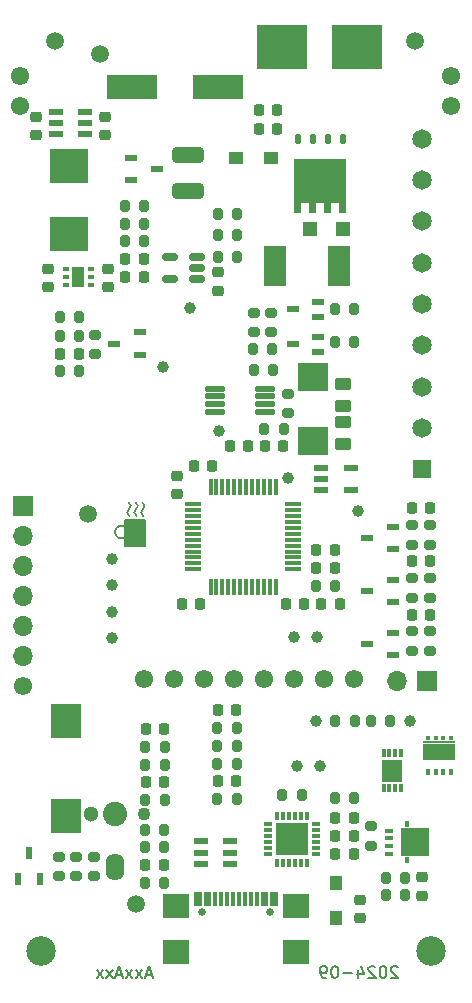
<source format=gbr>
%TF.GenerationSoftware,KiCad,Pcbnew,8.0.6*%
%TF.CreationDate,2024-11-14T19:13:27+01:00*%
%TF.ProjectId,AxxSolder,41787853-6f6c-4646-9572-2e6b69636164,rev?*%
%TF.SameCoordinates,Original*%
%TF.FileFunction,Soldermask,Bot*%
%TF.FilePolarity,Negative*%
%FSLAX46Y46*%
G04 Gerber Fmt 4.6, Leading zero omitted, Abs format (unit mm)*
G04 Created by KiCad (PCBNEW 8.0.6) date 2024-11-14 19:13:27*
%MOMM*%
%LPD*%
G01*
G04 APERTURE LIST*
G04 Aperture macros list*
%AMRoundRect*
0 Rectangle with rounded corners*
0 $1 Rounding radius*
0 $2 $3 $4 $5 $6 $7 $8 $9 X,Y pos of 4 corners*
0 Add a 4 corners polygon primitive as box body*
4,1,4,$2,$3,$4,$5,$6,$7,$8,$9,$2,$3,0*
0 Add four circle primitives for the rounded corners*
1,1,$1+$1,$2,$3*
1,1,$1+$1,$4,$5*
1,1,$1+$1,$6,$7*
1,1,$1+$1,$8,$9*
0 Add four rect primitives between the rounded corners*
20,1,$1+$1,$2,$3,$4,$5,0*
20,1,$1+$1,$4,$5,$6,$7,0*
20,1,$1+$1,$6,$7,$8,$9,0*
20,1,$1+$1,$8,$9,$2,$3,0*%
%AMFreePoly0*
4,1,17,2.675000,1.605000,1.875000,1.605000,1.875000,0.935000,2.675000,0.935000,2.675000,0.335000,1.875000,0.335000,1.875000,-0.335000,2.675000,-0.335000,2.675000,-0.935000,1.875000,-0.935000,1.875000,-1.605000,2.675000,-1.605000,2.675000,-2.205000,-1.875000,-2.205000,-1.875000,2.205000,2.675000,2.205000,2.675000,1.605000,2.675000,1.605000,$1*%
G04 Aperture macros list end*
%ADD10C,0.150000*%
%ADD11C,0.200000*%
%ADD12C,1.500000*%
%ADD13C,1.550000*%
%ADD14C,2.500000*%
%ADD15C,1.300000*%
%ADD16C,2.050000*%
%ADD17O,1.550000X2.300000*%
%ADD18C,1.100000*%
%ADD19RoundRect,0.225000X0.225000X0.250000X-0.225000X0.250000X-0.225000X-0.250000X0.225000X-0.250000X0*%
%ADD20R,3.200000X2.850000*%
%ADD21R,0.400000X0.550000*%
%ADD22R,0.400000X0.410000*%
%ADD23R,2.750000X1.470000*%
%ADD24R,2.750000X0.250000*%
%ADD25C,1.000000*%
%ADD26R,1.650000X1.650000*%
%ADD27C,1.650000*%
%ADD28R,1.050000X0.600000*%
%ADD29RoundRect,0.200000X-0.200000X-0.275000X0.200000X-0.275000X0.200000X0.275000X-0.200000X0.275000X0*%
%ADD30R,0.300000X1.475000*%
%ADD31R,1.475000X0.300000*%
%ADD32R,1.700000X1.700000*%
%ADD33O,1.700000X1.700000*%
%ADD34RoundRect,0.200000X0.275000X-0.200000X0.275000X0.200000X-0.275000X0.200000X-0.275000X-0.200000X0*%
%ADD35RoundRect,0.200000X0.200000X0.275000X-0.200000X0.275000X-0.200000X-0.275000X0.200000X-0.275000X0*%
%ADD36RoundRect,0.225000X-0.225000X-0.250000X0.225000X-0.250000X0.225000X0.250000X-0.225000X0.250000X0*%
%ADD37RoundRect,0.225000X0.250000X-0.225000X0.250000X0.225000X-0.250000X0.225000X-0.250000X-0.225000X0*%
%ADD38FreePoly0,270.000000*%
%ADD39RoundRect,0.125000X-0.125000X0.300000X-0.125000X-0.300000X0.125000X-0.300000X0.125000X0.300000X0*%
%ADD40RoundRect,0.200000X-0.275000X0.200000X-0.275000X-0.200000X0.275000X-0.200000X0.275000X0.200000X0*%
%ADD41R,1.200000X1.200000*%
%ADD42R,2.500000X3.000000*%
%ADD43RoundRect,0.250000X0.450000X-0.262500X0.450000X0.262500X-0.450000X0.262500X-0.450000X-0.262500X0*%
%ADD44R,1.120000X1.220000*%
%ADD45RoundRect,0.125000X0.687500X0.125000X-0.687500X0.125000X-0.687500X-0.125000X0.687500X-0.125000X0*%
%ADD46RoundRect,0.150000X0.512500X0.150000X-0.512500X0.150000X-0.512500X-0.150000X0.512500X-0.150000X0*%
%ADD47RoundRect,0.250000X-1.075000X0.400000X-1.075000X-0.400000X1.075000X-0.400000X1.075000X0.400000X0*%
%ADD48R,1.050000X0.500000*%
%ADD49R,1.900000X3.450000*%
%ADD50C,0.650000*%
%ADD51R,0.300000X1.150000*%
%ADD52R,2.180000X2.000000*%
%ADD53RoundRect,0.225000X-0.250000X0.225000X-0.250000X-0.225000X0.250000X-0.225000X0.250000X0.225000X0*%
%ADD54R,1.220000X1.120000*%
%ADD55R,0.300000X0.800000*%
%ADD56R,0.800000X0.300000*%
%ADD57R,2.700000X2.700000*%
%ADD58R,0.750000X0.400000*%
%ADD59R,0.400000X0.530000*%
%ADD60R,2.400000X2.450000*%
%ADD61R,0.300000X0.750000*%
%ADD62R,1.730000X1.850000*%
%ADD63R,4.250000X2.100000*%
%ADD64R,4.240000X3.810000*%
%ADD65R,0.600000X1.050000*%
%ADD66R,1.200000X0.600000*%
%ADD67R,2.500000X2.400000*%
%ADD68R,0.600000X0.350000*%
%ADD69R,1.100000X1.700000*%
G04 APERTURE END LIST*
D10*
X172018692Y-109000256D02*
G75*
G02*
X172056790Y-109552971I-138892J-287244D01*
G01*
X172638131Y-110137664D02*
G75*
G02*
X172616904Y-109575359I161869J287664D01*
G01*
X171467975Y-110125212D02*
G75*
G02*
X171446701Y-109562836I161825J287712D01*
G01*
X171418692Y-109000256D02*
G75*
G02*
X171456790Y-109552971I-138892J-287244D01*
G01*
X172067975Y-110125212D02*
G75*
G02*
X172046701Y-109562836I161825J287712D01*
G01*
X172588848Y-109012708D02*
G75*
G02*
X172626995Y-109565496I-138848J-287292D01*
G01*
X172800000Y-112650000D02*
X171100000Y-112650000D01*
X171100000Y-110450000D01*
X172800000Y-110450000D01*
X172800000Y-112650000D01*
G36*
X172800000Y-112650000D02*
G01*
X171100000Y-112650000D01*
X171100000Y-110450000D01*
X172800000Y-110450000D01*
X172800000Y-112650000D01*
G37*
D11*
X171100000Y-111949999D02*
G75*
G02*
X171151969Y-111089370I-300000J449999D01*
G01*
X194193482Y-148347457D02*
X194145863Y-148299838D01*
X194145863Y-148299838D02*
X194050625Y-148252219D01*
X194050625Y-148252219D02*
X193812530Y-148252219D01*
X193812530Y-148252219D02*
X193717292Y-148299838D01*
X193717292Y-148299838D02*
X193669673Y-148347457D01*
X193669673Y-148347457D02*
X193622054Y-148442695D01*
X193622054Y-148442695D02*
X193622054Y-148537933D01*
X193622054Y-148537933D02*
X193669673Y-148680790D01*
X193669673Y-148680790D02*
X194241101Y-149252219D01*
X194241101Y-149252219D02*
X193622054Y-149252219D01*
X193003006Y-148252219D02*
X192907768Y-148252219D01*
X192907768Y-148252219D02*
X192812530Y-148299838D01*
X192812530Y-148299838D02*
X192764911Y-148347457D01*
X192764911Y-148347457D02*
X192717292Y-148442695D01*
X192717292Y-148442695D02*
X192669673Y-148633171D01*
X192669673Y-148633171D02*
X192669673Y-148871266D01*
X192669673Y-148871266D02*
X192717292Y-149061742D01*
X192717292Y-149061742D02*
X192764911Y-149156980D01*
X192764911Y-149156980D02*
X192812530Y-149204600D01*
X192812530Y-149204600D02*
X192907768Y-149252219D01*
X192907768Y-149252219D02*
X193003006Y-149252219D01*
X193003006Y-149252219D02*
X193098244Y-149204600D01*
X193098244Y-149204600D02*
X193145863Y-149156980D01*
X193145863Y-149156980D02*
X193193482Y-149061742D01*
X193193482Y-149061742D02*
X193241101Y-148871266D01*
X193241101Y-148871266D02*
X193241101Y-148633171D01*
X193241101Y-148633171D02*
X193193482Y-148442695D01*
X193193482Y-148442695D02*
X193145863Y-148347457D01*
X193145863Y-148347457D02*
X193098244Y-148299838D01*
X193098244Y-148299838D02*
X193003006Y-148252219D01*
X192288720Y-148347457D02*
X192241101Y-148299838D01*
X192241101Y-148299838D02*
X192145863Y-148252219D01*
X192145863Y-148252219D02*
X191907768Y-148252219D01*
X191907768Y-148252219D02*
X191812530Y-148299838D01*
X191812530Y-148299838D02*
X191764911Y-148347457D01*
X191764911Y-148347457D02*
X191717292Y-148442695D01*
X191717292Y-148442695D02*
X191717292Y-148537933D01*
X191717292Y-148537933D02*
X191764911Y-148680790D01*
X191764911Y-148680790D02*
X192336339Y-149252219D01*
X192336339Y-149252219D02*
X191717292Y-149252219D01*
X190860149Y-148585552D02*
X190860149Y-149252219D01*
X191098244Y-148204600D02*
X191336339Y-148918885D01*
X191336339Y-148918885D02*
X190717292Y-148918885D01*
X190336339Y-148871266D02*
X189574435Y-148871266D01*
X188907768Y-148252219D02*
X188812530Y-148252219D01*
X188812530Y-148252219D02*
X188717292Y-148299838D01*
X188717292Y-148299838D02*
X188669673Y-148347457D01*
X188669673Y-148347457D02*
X188622054Y-148442695D01*
X188622054Y-148442695D02*
X188574435Y-148633171D01*
X188574435Y-148633171D02*
X188574435Y-148871266D01*
X188574435Y-148871266D02*
X188622054Y-149061742D01*
X188622054Y-149061742D02*
X188669673Y-149156980D01*
X188669673Y-149156980D02*
X188717292Y-149204600D01*
X188717292Y-149204600D02*
X188812530Y-149252219D01*
X188812530Y-149252219D02*
X188907768Y-149252219D01*
X188907768Y-149252219D02*
X189003006Y-149204600D01*
X189003006Y-149204600D02*
X189050625Y-149156980D01*
X189050625Y-149156980D02*
X189098244Y-149061742D01*
X189098244Y-149061742D02*
X189145863Y-148871266D01*
X189145863Y-148871266D02*
X189145863Y-148633171D01*
X189145863Y-148633171D02*
X189098244Y-148442695D01*
X189098244Y-148442695D02*
X189050625Y-148347457D01*
X189050625Y-148347457D02*
X189003006Y-148299838D01*
X189003006Y-148299838D02*
X188907768Y-148252219D01*
X188098244Y-149252219D02*
X187907768Y-149252219D01*
X187907768Y-149252219D02*
X187812530Y-149204600D01*
X187812530Y-149204600D02*
X187764911Y-149156980D01*
X187764911Y-149156980D02*
X187669673Y-149014123D01*
X187669673Y-149014123D02*
X187622054Y-148823647D01*
X187622054Y-148823647D02*
X187622054Y-148442695D01*
X187622054Y-148442695D02*
X187669673Y-148347457D01*
X187669673Y-148347457D02*
X187717292Y-148299838D01*
X187717292Y-148299838D02*
X187812530Y-148252219D01*
X187812530Y-148252219D02*
X188003006Y-148252219D01*
X188003006Y-148252219D02*
X188098244Y-148299838D01*
X188098244Y-148299838D02*
X188145863Y-148347457D01*
X188145863Y-148347457D02*
X188193482Y-148442695D01*
X188193482Y-148442695D02*
X188193482Y-148680790D01*
X188193482Y-148680790D02*
X188145863Y-148776028D01*
X188145863Y-148776028D02*
X188098244Y-148823647D01*
X188098244Y-148823647D02*
X188003006Y-148871266D01*
X188003006Y-148871266D02*
X187812530Y-148871266D01*
X187812530Y-148871266D02*
X187717292Y-148823647D01*
X187717292Y-148823647D02*
X187669673Y-148776028D01*
X187669673Y-148776028D02*
X187622054Y-148680790D01*
X173343483Y-148966504D02*
X172867293Y-148966504D01*
X173438721Y-149252219D02*
X173105388Y-148252219D01*
X173105388Y-148252219D02*
X172772055Y-149252219D01*
X172533959Y-149252219D02*
X172010150Y-148585552D01*
X172533959Y-148585552D02*
X172010150Y-149252219D01*
X171724435Y-149252219D02*
X171200626Y-148585552D01*
X171724435Y-148585552D02*
X171200626Y-149252219D01*
X170867292Y-148966504D02*
X170391102Y-148966504D01*
X170962530Y-149252219D02*
X170629197Y-148252219D01*
X170629197Y-148252219D02*
X170295864Y-149252219D01*
X170057768Y-149252219D02*
X169533959Y-148585552D01*
X170057768Y-148585552D02*
X169533959Y-149252219D01*
X169248244Y-149252219D02*
X168724435Y-148585552D01*
X169248244Y-148585552D02*
X168724435Y-149252219D01*
D12*
%TO.C,TFT1*%
X165220000Y-69950000D03*
X195700000Y-69950000D03*
%TD*%
D13*
%TO.C,J7*%
X172720000Y-123900000D03*
X175260000Y-123900000D03*
X177800000Y-123900000D03*
X180340000Y-123900000D03*
X182880000Y-123900000D03*
X185420000Y-123900000D03*
X187960000Y-123900000D03*
X190500000Y-123900000D03*
%TD*%
D14*
%TO.C,H2*%
X197000000Y-147000000D03*
%TD*%
D15*
%TO.C,U2*%
X168250000Y-135400000D03*
D16*
X170250000Y-135400000D03*
D17*
X170250000Y-139900000D03*
D18*
X172750000Y-135400000D03*
%TD*%
D13*
%TO.C,TP13*%
X162500000Y-124550000D03*
%TD*%
D14*
%TO.C,H1*%
X164000000Y-147000000D03*
%TD*%
D19*
%TO.C,C23*%
X180525000Y-126600000D03*
X178975000Y-126600000D03*
%TD*%
D20*
%TO.C,L1*%
X166400000Y-80550000D03*
X166400000Y-86250000D03*
%TD*%
D21*
%TO.C,Q2*%
X198700000Y-131790000D03*
X198050000Y-131790000D03*
X197400000Y-131790000D03*
X196750000Y-131790000D03*
D22*
X198700000Y-128920000D03*
X198050000Y-128920000D03*
D23*
X197725000Y-130110000D03*
D24*
X197725000Y-129250000D03*
D22*
X197400000Y-128920000D03*
X196750000Y-128920000D03*
%TD*%
D25*
%TO.C,TP2*%
X185427179Y-120400000D03*
%TD*%
%TO.C,TP6*%
X170000000Y-116000000D03*
%TD*%
D19*
%TO.C,C6*%
X181525000Y-104250000D03*
X179975000Y-104250000D03*
%TD*%
D26*
%TO.C,J2*%
X196250000Y-106200000D03*
D27*
X196250000Y-102700000D03*
X196250000Y-99200000D03*
X196250000Y-95700000D03*
X196250000Y-92200000D03*
X196250000Y-88700000D03*
X196250000Y-85200000D03*
X196250000Y-81700000D03*
X196250000Y-78200000D03*
%TD*%
D25*
%TO.C,TP9*%
X190800000Y-109750000D03*
%TD*%
D28*
%TO.C,D6*%
X193762500Y-115535000D03*
X193762500Y-117435000D03*
X191562500Y-116485000D03*
%TD*%
D29*
%TO.C,R30*%
X172825000Y-129700000D03*
X174475000Y-129700000D03*
%TD*%
%TO.C,R7*%
X171075000Y-85400000D03*
X172725000Y-85400000D03*
%TD*%
D30*
%TO.C,IC4*%
X178350000Y-107662000D03*
X178850000Y-107662000D03*
X179350000Y-107662000D03*
X179850000Y-107662000D03*
X180350000Y-107662000D03*
X180850000Y-107662000D03*
X181350000Y-107662000D03*
X181850000Y-107662000D03*
X182350000Y-107662000D03*
X182850000Y-107662000D03*
X183350000Y-107662000D03*
X183850000Y-107662000D03*
D31*
X185338000Y-109150000D03*
X185338000Y-109650000D03*
X185338000Y-110150000D03*
X185338000Y-110650000D03*
X185338000Y-111150000D03*
X185338000Y-111650000D03*
X185338000Y-112150000D03*
X185338000Y-112650000D03*
X185338000Y-113150000D03*
X185338000Y-113650000D03*
X185338000Y-114150000D03*
X185338000Y-114650000D03*
D30*
X183850000Y-116138000D03*
X183350000Y-116138000D03*
X182850000Y-116138000D03*
X182350000Y-116138000D03*
X181850000Y-116138000D03*
X181350000Y-116138000D03*
X180850000Y-116138000D03*
X180350000Y-116138000D03*
X179850000Y-116138000D03*
X179350000Y-116138000D03*
X178850000Y-116138000D03*
X178350000Y-116138000D03*
D31*
X176862000Y-114650000D03*
X176862000Y-114150000D03*
X176862000Y-113650000D03*
X176862000Y-113150000D03*
X176862000Y-112650000D03*
X176862000Y-112150000D03*
X176862000Y-111650000D03*
X176862000Y-111150000D03*
X176862000Y-110650000D03*
X176862000Y-110150000D03*
X176862000Y-109650000D03*
X176862000Y-109150000D03*
%TD*%
D32*
%TO.C,J3*%
X196675000Y-124100000D03*
D33*
X194135000Y-124100000D03*
%TD*%
D34*
%TO.C,R37*%
X168500000Y-140625000D03*
X168500000Y-138975000D03*
%TD*%
D29*
%TO.C,FB1*%
X187250000Y-116050000D03*
X188900000Y-116050000D03*
%TD*%
%TO.C,R8*%
X171075000Y-86900000D03*
X172725000Y-86900000D03*
%TD*%
%TO.C,R15*%
X188875000Y-134050000D03*
X190525000Y-134050000D03*
%TD*%
D34*
%TO.C,R25*%
X196912500Y-117060000D03*
X196912500Y-115410000D03*
%TD*%
D12*
%TO.C,FID3*%
X169000000Y-71000000D03*
%TD*%
D35*
%TO.C,R11*%
X172725000Y-83900000D03*
X171075000Y-83900000D03*
%TD*%
D36*
%TO.C,C11*%
X188925000Y-138750000D03*
X190475000Y-138750000D03*
%TD*%
D19*
%TO.C,C7*%
X172675000Y-89900000D03*
X171125000Y-89900000D03*
%TD*%
D37*
%TO.C,C5*%
X169400000Y-77900000D03*
X169400000Y-76350000D03*
%TD*%
D38*
%TO.C,Q4*%
X187650000Y-81750000D03*
D39*
X188285000Y-78200000D03*
X187015000Y-78200000D03*
X185745000Y-78200000D03*
X189555000Y-78200000D03*
%TD*%
D32*
%TO.C,J4*%
X162500000Y-109310000D03*
D33*
X162500000Y-111850000D03*
X162500000Y-114390000D03*
X162500000Y-116930000D03*
X162500000Y-119470000D03*
X162500000Y-122010000D03*
%TD*%
D36*
%TO.C,C16*%
X184725000Y-117550000D03*
X186275000Y-117550000D03*
%TD*%
D40*
%TO.C,R28*%
X168600000Y-94775000D03*
X168600000Y-96425000D03*
%TD*%
D37*
%TO.C,C30*%
X178950000Y-91050000D03*
X178950000Y-89500000D03*
%TD*%
D35*
%TO.C,R52*%
X180600000Y-84575000D03*
X178950000Y-84575000D03*
%TD*%
D40*
%TO.C,R14*%
X191950000Y-136425000D03*
X191950000Y-138075000D03*
%TD*%
D29*
%TO.C,R46*%
X178925000Y-129600000D03*
X180575000Y-129600000D03*
%TD*%
D41*
%TO.C,D10*%
X186800000Y-85800000D03*
X189600000Y-85800000D03*
%TD*%
D29*
%TO.C,R36*%
X172775000Y-138200000D03*
X174425000Y-138200000D03*
%TD*%
D42*
%TO.C,LS1*%
X166100000Y-127500000D03*
X166100000Y-135500000D03*
%TD*%
D25*
%TO.C,TP15*%
X187250000Y-127500000D03*
%TD*%
D36*
%TO.C,C35*%
X182450000Y-75800000D03*
X184000000Y-75800000D03*
%TD*%
D25*
%TO.C,TP8*%
X185700000Y-131300000D03*
%TD*%
D35*
%TO.C,R16*%
X174475000Y-131200000D03*
X172825000Y-131200000D03*
%TD*%
D43*
%TO.C,R45*%
X189600000Y-104025000D03*
X189600000Y-102200000D03*
%TD*%
D44*
%TO.C,D3*%
X189000000Y-141200000D03*
X189000000Y-144200000D03*
%TD*%
D25*
%TO.C,TP4*%
X170000000Y-113750000D03*
%TD*%
D35*
%TO.C,R1*%
X190525000Y-92600000D03*
X188875000Y-92600000D03*
%TD*%
%TO.C,R32*%
X180575000Y-128100000D03*
X178925000Y-128100000D03*
%TD*%
D19*
%TO.C,C14*%
X178475000Y-105900000D03*
X176925000Y-105900000D03*
%TD*%
D34*
%TO.C,R23*%
X165500000Y-140625000D03*
X165500000Y-138975000D03*
%TD*%
D45*
%TO.C,IC2*%
X182925000Y-99350000D03*
X182925000Y-100000000D03*
X182925000Y-100650000D03*
X182925000Y-101300000D03*
X178700000Y-101300000D03*
X178700000Y-100650000D03*
X178700000Y-100000000D03*
X178700000Y-99350000D03*
%TD*%
D36*
%TO.C,C19*%
X187300000Y-114550000D03*
X188850000Y-114550000D03*
%TD*%
D46*
%TO.C,U1*%
X177175000Y-88200000D03*
X177175000Y-89150000D03*
X177175000Y-90100000D03*
X174900000Y-90100000D03*
X174900000Y-88200000D03*
%TD*%
D35*
%TO.C,R31*%
X180575000Y-134100000D03*
X178925000Y-134100000D03*
%TD*%
D28*
%TO.C,D8*%
X193762500Y-120035000D03*
X193762500Y-121935000D03*
X191562500Y-120985000D03*
%TD*%
D34*
%TO.C,R18*%
X195412500Y-121560000D03*
X195412500Y-119910000D03*
%TD*%
D40*
%TO.C,R34*%
X167000000Y-138975000D03*
X167000000Y-140625000D03*
%TD*%
D12*
%TO.C,FID1*%
X168000000Y-110000000D03*
%TD*%
D19*
%TO.C,C8*%
X172675000Y-88400000D03*
X171125000Y-88400000D03*
%TD*%
%TO.C,C25*%
X196937500Y-118485000D03*
X195387500Y-118485000D03*
%TD*%
D25*
%TO.C,TP16*%
X195250000Y-127500000D03*
%TD*%
D29*
%TO.C,R26*%
X188925000Y-127500000D03*
X190575000Y-127500000D03*
%TD*%
D47*
%TO.C,R51*%
X176400000Y-79550000D03*
X176400000Y-82650000D03*
%TD*%
D34*
%TO.C,R22*%
X196912500Y-112560000D03*
X196912500Y-110910000D03*
%TD*%
D28*
%TO.C,Q5*%
X171600000Y-81700000D03*
X171600000Y-79800000D03*
X173800000Y-80750000D03*
%TD*%
D35*
%TO.C,R12*%
X194825000Y-140750000D03*
X193175000Y-140750000D03*
%TD*%
D48*
%TO.C,D2*%
X187450000Y-94950000D03*
X187450000Y-96250000D03*
X185350000Y-95600000D03*
%TD*%
D35*
%TO.C,R47*%
X174425000Y-136700000D03*
X172775000Y-136700000D03*
%TD*%
D49*
%TO.C,R42*%
X189200000Y-89000000D03*
X183800000Y-89000000D03*
%TD*%
D35*
%TO.C,R10*%
X183575000Y-96000000D03*
X181925000Y-96000000D03*
%TD*%
D36*
%TO.C,C34*%
X182425000Y-77400000D03*
X183975000Y-77400000D03*
%TD*%
D35*
%TO.C,R5*%
X190525000Y-95400000D03*
X188875000Y-95400000D03*
%TD*%
D50*
%TO.C,J1*%
X183390000Y-143647000D03*
X177610000Y-143647000D03*
D51*
X183850000Y-142572000D03*
X183050000Y-142572000D03*
X181750000Y-142572000D03*
X180750000Y-142572000D03*
X180250000Y-142572000D03*
X179250000Y-142572000D03*
X177950000Y-142572000D03*
X177150000Y-142572000D03*
X177450000Y-142572000D03*
X178250000Y-142572000D03*
X178750000Y-142572000D03*
X179750000Y-142572000D03*
X181250000Y-142572000D03*
X182250000Y-142572000D03*
X182750000Y-142572000D03*
X183550000Y-142572000D03*
D52*
X185610000Y-143147000D03*
X175390000Y-143147000D03*
X185610000Y-147077000D03*
X175390000Y-147077000D03*
%TD*%
D35*
%TO.C,R33*%
X167225000Y-97900000D03*
X165575000Y-97900000D03*
%TD*%
D25*
%TO.C,TP12*%
X176600000Y-92500000D03*
%TD*%
D36*
%TO.C,C12*%
X188925000Y-137240000D03*
X190475000Y-137240000D03*
%TD*%
D53*
%TO.C,C17*%
X175500000Y-106725000D03*
X175500000Y-108275000D03*
%TD*%
D36*
%TO.C,C13*%
X188925000Y-135750000D03*
X190475000Y-135750000D03*
%TD*%
D37*
%TO.C,C2*%
X164600000Y-90750000D03*
X164600000Y-89200000D03*
%TD*%
D19*
%TO.C,C28*%
X174425000Y-132700000D03*
X172875000Y-132700000D03*
%TD*%
D29*
%TO.C,R21*%
X165575000Y-93300000D03*
X167225000Y-93300000D03*
%TD*%
D36*
%TO.C,C21*%
X172875000Y-128200000D03*
X174425000Y-128200000D03*
%TD*%
D34*
%TO.C,R29*%
X196912500Y-121560000D03*
X196912500Y-119910000D03*
%TD*%
D29*
%TO.C,R17*%
X184425000Y-133800000D03*
X186075000Y-133800000D03*
%TD*%
%TO.C,R50*%
X178950000Y-86387500D03*
X180600000Y-86387500D03*
%TD*%
D19*
%TO.C,C29*%
X174375000Y-139700000D03*
X172825000Y-139700000D03*
%TD*%
D54*
%TO.C,D4*%
X183500000Y-79850000D03*
X180500000Y-79850000D03*
%TD*%
D29*
%TO.C,R3*%
X182900000Y-102750000D03*
X184550000Y-102750000D03*
%TD*%
D55*
%TO.C,IC6*%
X186500000Y-139500000D03*
X186000000Y-139500000D03*
X185500000Y-139500000D03*
X185000000Y-139500000D03*
X184500000Y-139500000D03*
X184000000Y-139500000D03*
D56*
X183250000Y-138750000D03*
X183250000Y-138250000D03*
X183250000Y-137750000D03*
X183250000Y-137250000D03*
X183250000Y-136750000D03*
X183250000Y-136250000D03*
D55*
X184000000Y-135500000D03*
X184500000Y-135500000D03*
X185000000Y-135500000D03*
X185500000Y-135500000D03*
X186000000Y-135500000D03*
X186500000Y-135500000D03*
D56*
X187250000Y-136250000D03*
X187250000Y-136750000D03*
X187250000Y-137250000D03*
X187250000Y-137750000D03*
X187250000Y-138250000D03*
X187250000Y-138750000D03*
D57*
X185250000Y-137500000D03*
%TD*%
D37*
%TO.C,C9*%
X196250000Y-142275000D03*
X196250000Y-140725000D03*
%TD*%
D25*
%TO.C,TP7*%
X187650000Y-131300000D03*
%TD*%
D58*
%TO.C,Q1*%
X193475000Y-138725000D03*
X193475000Y-138075000D03*
X193475000Y-137425000D03*
X193475000Y-136775000D03*
D59*
X195000000Y-139240000D03*
D60*
X195700000Y-137750000D03*
D59*
X195000000Y-136260000D03*
%TD*%
D25*
%TO.C,TP3*%
X174300000Y-97500000D03*
%TD*%
D19*
%TO.C,C22*%
X180525000Y-132600000D03*
X178975000Y-132600000D03*
%TD*%
D61*
%TO.C,IC7*%
X194500000Y-133200000D03*
X194000000Y-133200000D03*
X193500000Y-133200000D03*
X193000000Y-133200000D03*
X193000000Y-130200000D03*
X193500000Y-130200000D03*
X194000000Y-130200000D03*
X194500000Y-130200000D03*
D62*
X193750000Y-131700000D03*
%TD*%
D13*
%TO.C,J6*%
X198750000Y-72925000D03*
X198750000Y-75465000D03*
%TD*%
D37*
%TO.C,C10*%
X191000000Y-144175000D03*
X191000000Y-142625000D03*
%TD*%
D35*
%TO.C,R49*%
X180600000Y-88200000D03*
X178950000Y-88200000D03*
%TD*%
D19*
%TO.C,C15*%
X177475000Y-117550000D03*
X175925000Y-117550000D03*
%TD*%
D34*
%TO.C,R19*%
X195412500Y-117060000D03*
X195412500Y-115410000D03*
%TD*%
D63*
%TO.C,C37*%
X179000000Y-73800000D03*
X171700000Y-73800000D03*
%TD*%
D28*
%TO.C,D7*%
X172350000Y-94600000D03*
X172350000Y-96500000D03*
X170150000Y-95550000D03*
%TD*%
D36*
%TO.C,C4*%
X182950000Y-104250000D03*
X184500000Y-104250000D03*
%TD*%
D53*
%TO.C,C1*%
X169700000Y-89200000D03*
X169700000Y-90750000D03*
%TD*%
D29*
%TO.C,R9*%
X182025000Y-97800000D03*
X183675000Y-97800000D03*
%TD*%
D36*
%TO.C,C18*%
X187300000Y-113050000D03*
X188850000Y-113050000D03*
%TD*%
D19*
%TO.C,C24*%
X167175000Y-96400000D03*
X165625000Y-96400000D03*
%TD*%
D25*
%TO.C,TP11*%
X184900000Y-106900000D03*
%TD*%
D48*
%TO.C,D1*%
X187450000Y-92000000D03*
X187450000Y-93300000D03*
X185350000Y-92650000D03*
%TD*%
D29*
%TO.C,R43*%
X178925000Y-131100000D03*
X180575000Y-131100000D03*
%TD*%
D64*
%TO.C,F1*%
X184410000Y-70400000D03*
X190790000Y-70400000D03*
%TD*%
D25*
%TO.C,TP5*%
X170000000Y-118250000D03*
%TD*%
D65*
%TO.C,Q3*%
X163950000Y-140900000D03*
X162050000Y-140900000D03*
X163000000Y-138700000D03*
%TD*%
D66*
%TO.C,IC3*%
X165250000Y-77800000D03*
X165250000Y-76850000D03*
X165250000Y-75900000D03*
X167750000Y-75900000D03*
X167750000Y-76850000D03*
X167750000Y-77800000D03*
%TD*%
%TO.C,IC9*%
X187700000Y-107950000D03*
X187700000Y-107000000D03*
X187700000Y-106050000D03*
X190200000Y-106050000D03*
X190200000Y-107950000D03*
%TD*%
D34*
%TO.C,R6*%
X182000000Y-94575000D03*
X182000000Y-92925000D03*
%TD*%
D29*
%TO.C,R13*%
X193175000Y-142250000D03*
X194825000Y-142250000D03*
%TD*%
D40*
%TO.C,R2*%
X184900000Y-99775000D03*
X184900000Y-101425000D03*
%TD*%
D67*
%TO.C,F2*%
X187000000Y-103800000D03*
X187000000Y-98400000D03*
%TD*%
D53*
%TO.C,C3*%
X163600000Y-76375000D03*
X163600000Y-77925000D03*
%TD*%
D13*
%TO.C,J5*%
X162250000Y-72925000D03*
X162250000Y-75465000D03*
%TD*%
D25*
%TO.C,TP10*%
X179100000Y-102950000D03*
%TD*%
D19*
%TO.C,C26*%
X196937500Y-113985000D03*
X195387500Y-113985000D03*
%TD*%
D28*
%TO.C,D5*%
X193762500Y-111035000D03*
X193762500Y-112935000D03*
X191562500Y-111985000D03*
%TD*%
D25*
%TO.C,TP14*%
X170000000Y-120500000D03*
%TD*%
D35*
%TO.C,R35*%
X174475000Y-134200000D03*
X172825000Y-134200000D03*
%TD*%
D25*
%TO.C,TP1*%
X187372699Y-120395198D03*
%TD*%
D35*
%TO.C,R27*%
X193575000Y-127500000D03*
X191925000Y-127500000D03*
%TD*%
D34*
%TO.C,R20*%
X195412500Y-112560000D03*
X195412500Y-110910000D03*
%TD*%
D12*
%TO.C,FID2*%
X172000000Y-143000000D03*
%TD*%
D35*
%TO.C,R48*%
X174425000Y-141200000D03*
X172775000Y-141200000D03*
%TD*%
D68*
%TO.C,IC1*%
X166100000Y-90550000D03*
X166100000Y-89900000D03*
X166100000Y-89250000D03*
X168200000Y-89250000D03*
X168200000Y-89900000D03*
X168200000Y-90550000D03*
D69*
X167150000Y-89900000D03*
%TD*%
D36*
%TO.C,C20*%
X187725000Y-117550000D03*
X189275000Y-117550000D03*
%TD*%
D40*
%TO.C,R4*%
X183500000Y-92925000D03*
X183500000Y-94575000D03*
%TD*%
D35*
%TO.C,R24*%
X167225000Y-94900000D03*
X165575000Y-94900000D03*
%TD*%
D43*
%TO.C,R44*%
X189600000Y-100800000D03*
X189600000Y-98975000D03*
%TD*%
D66*
%TO.C,IC5*%
X180000000Y-137700000D03*
X180000000Y-138650000D03*
X180000000Y-139600000D03*
X177500000Y-139600000D03*
X177500000Y-138650000D03*
X177500000Y-137700000D03*
%TD*%
D19*
%TO.C,C27*%
X196937500Y-109485000D03*
X195387500Y-109485000D03*
%TD*%
M02*

</source>
